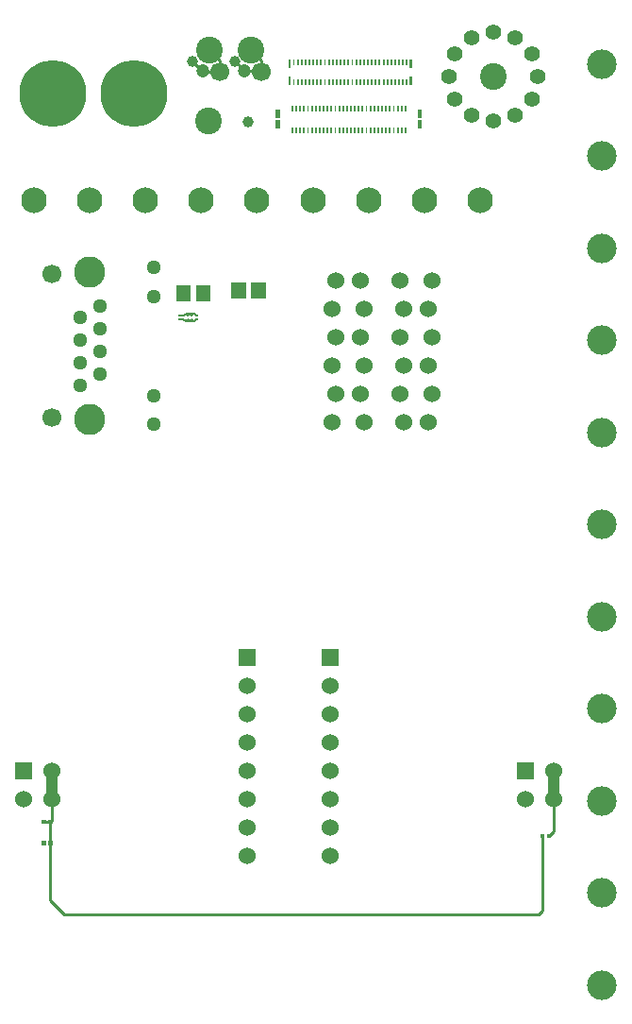
<source format=gbr>
G04 start of page 2 for group 0 idx 0 *
G04 Title: (unknown), top *
G04 Creator: pcb 4.2.0 *
G04 CreationDate: Sat Jul  4 19:07:35 2020 UTC *
G04 For: commonadmin *
G04 Format: Gerber/RS-274X *
G04 PCB-Dimensions (mil): 3500.00 8250.00 *
G04 PCB-Coordinate-Origin: lower left *
%MOIN*%
%FSLAX25Y25*%
%LNTOP*%
%ADD34C,0.0492*%
%ADD33C,0.1870*%
%ADD32C,0.0197*%
%ADD31C,0.0295*%
%ADD30C,0.0787*%
%ADD29C,0.0630*%
%ADD28C,0.0354*%
%ADD27C,0.0886*%
%ADD26C,0.0380*%
%ADD25C,0.0060*%
%ADD24C,0.2362*%
%ADD23C,0.0394*%
%ADD22C,0.0472*%
%ADD21C,0.0551*%
%ADD20C,0.0945*%
%ADD19C,0.0906*%
%ADD18C,0.1102*%
%ADD17C,0.0669*%
%ADD16C,0.0512*%
%ADD15C,0.1043*%
%ADD14C,0.0600*%
%ADD13C,0.0001*%
%ADD12C,0.0400*%
%ADD11C,0.0100*%
G54D11*X87992Y808268D02*X91142Y805118D01*
X87598Y808268D02*X87992D01*
X96476Y805118D02*X97047Y804547D01*
X91142Y805118D02*X96476D01*
X97047Y808661D02*X93504Y812205D01*
X97047Y804724D02*Y808661D01*
X82283D02*X78740Y812205D01*
X82283Y804724D02*Y808661D01*
X76772Y804724D02*X76378Y805118D01*
X75984D01*
X82283Y804724D02*X76772D01*
X75984Y805118D02*X72835Y808268D01*
X200000Y547500D02*X200500Y548000D01*
G54D12*Y558000D01*
G54D11*Y548000D02*Y536819D01*
X198681Y535000D01*
G54D12*X23000Y558000D02*Y548000D01*
G54D11*Y547500D02*Y545500D01*
Y548000D02*Y540500D01*
X22500Y540000D01*
Y512500D01*
X27500Y507500D01*
X195000D01*
X22500Y540000D02*X20138D01*
X196319Y535000D02*Y508819D01*
X195000Y507500D01*
G54D13*G36*
X89000Y601000D02*Y595000D01*
X95000D01*
Y601000D01*
X89000D01*
G37*
G36*
X118500D02*Y595000D01*
X124500D01*
Y601000D01*
X118500D01*
G37*
G54D14*X92000Y588000D03*
X121500D03*
X92000Y578000D03*
Y568000D03*
Y558000D03*
Y548000D03*
Y538000D03*
Y528000D03*
X121500Y578000D03*
Y568000D03*
Y558000D03*
Y548000D03*
Y538000D03*
Y528000D03*
G54D13*G36*
X10000Y561000D02*Y555000D01*
X16000D01*
Y561000D01*
X10000D01*
G37*
G54D14*X13000Y548000D03*
X23000D03*
Y558000D03*
G54D13*G36*
X187500Y561000D02*Y555000D01*
X193500D01*
Y561000D01*
X187500D01*
G37*
G54D14*X190500Y548000D03*
X200500D03*
Y558000D03*
G54D15*X217500Y547500D03*
Y612500D03*
Y580000D03*
Y482500D03*
Y515000D03*
G54D14*X146000Y731000D03*
X157500D03*
X156000Y721000D03*
X147500D03*
X123500Y731000D03*
X122000Y721000D03*
X132000Y731000D03*
X133500Y721000D03*
X146000Y711000D03*
X147500Y701000D03*
X146000Y691000D03*
X157500Y711000D03*
X123500D03*
X132000D03*
G54D16*X32957Y709992D03*
G54D14*X156000Y701000D03*
X122000D03*
X133500D03*
X157500Y691000D03*
X132000D03*
X123500D03*
X122000Y681000D03*
X133500D03*
G54D16*X40043Y714008D03*
X58980Y690465D03*
G54D14*X147500Y681000D03*
X156000D03*
G54D17*X22996Y682787D03*
G54D18*X36500Y682000D03*
G54D16*X58980Y680425D03*
X32957Y701961D03*
Y693929D03*
X40043Y705976D03*
Y697945D03*
G54D15*X217500Y677500D03*
Y645000D03*
G54D16*X58980Y725504D03*
Y735543D03*
G54D17*X22996Y733181D03*
G54D18*X36500Y733969D03*
G54D16*X32957Y718024D03*
X40043Y722039D03*
G54D19*X16760Y759500D03*
X36445D03*
X56130D03*
X75815D03*
X95500D03*
G54D20*X179000Y803000D03*
G54D21*X194748D03*
X192583Y795126D03*
Y810874D03*
X163252Y803000D03*
X165417Y795126D03*
Y810874D03*
X179000Y787252D03*
X171323Y789220D03*
X186677D03*
X179000Y818748D03*
X186677Y816780D03*
X171323D03*
G54D15*X217500Y807500D03*
Y775000D03*
Y742500D03*
Y710000D03*
G54D19*X115185Y759500D03*
X134870D03*
X154555D03*
X174240D03*
G54D20*X78500Y787500D03*
G54D22*X76378Y805118D03*
G54D23*X72835Y808268D03*
G54D24*X23500Y797000D03*
X51846D03*
G54D20*X78740Y812205D03*
G54D17*X82283Y804724D03*
G54D20*X93504Y812205D03*
G54D17*X97047Y804724D03*
G54D22*X91142Y805118D03*
G54D23*X87598Y808268D03*
G54D25*X69507Y717450D02*X70207Y716750D01*
G54D13*G36*
X67707Y717750D02*Y717150D01*
X69807D01*
Y717750D01*
X67707D01*
G37*
G54D25*X70507Y716750D02*X71107Y717350D01*
X71707Y716750D01*
X70207D02*X73207D01*
X73907Y717450D01*
G54D13*G36*
X73607Y717750D02*Y717150D01*
X74707D01*
Y717750D01*
X73607D01*
G37*
G54D25*X72307Y717350D02*X72907Y716750D01*
X71707D02*X72307Y717350D01*
X69607Y718750D02*X70207Y719350D01*
X70407D02*X71107Y718650D01*
X71807Y719350D01*
X71607D02*X72307Y718650D01*
X73007Y719350D01*
G54D13*G36*
X67707Y719050D02*Y718450D01*
X69907D01*
Y719050D01*
X67707D01*
G37*
G36*
X72016Y729452D02*X66898D01*
Y723548D01*
X72016D01*
Y729452D01*
G37*
G36*
X79102D02*X73984D01*
Y723548D01*
X79102D01*
Y729452D01*
G37*
G36*
X91516Y730452D02*X86398D01*
Y724548D01*
X91516D01*
Y730452D01*
G37*
G36*
X98602D02*X93484D01*
Y724548D01*
X98602D01*
Y730452D01*
G37*
G54D25*X70207Y719350D02*X73307D01*
X70207D02*X70407D01*
X73307D02*X73907Y718750D01*
G54D13*G36*
X73607Y719050D02*Y718450D01*
X74707D01*
Y719050D01*
X73607D01*
G37*
G36*
X195532Y535787D02*Y534213D01*
X197106D01*
Y535787D01*
X195532D01*
G37*
G36*
X197894D02*Y534213D01*
X199468D01*
Y535787D01*
X197894D01*
G37*
G36*
X19351Y533287D02*Y531713D01*
X20925D01*
Y533287D01*
X19351D01*
G37*
G36*
X21713D02*Y531713D01*
X23287D01*
Y533287D01*
X21713D01*
G37*
G36*
X19351Y540787D02*Y539213D01*
X20925D01*
Y540787D01*
X19351D01*
G37*
G36*
X21713D02*Y539213D01*
X23287D01*
Y540787D01*
X21713D01*
G37*
G36*
X150331Y802866D02*X149504D01*
Y800110D01*
X150331D01*
Y802866D01*
G37*
G36*
Y808890D02*X149504D01*
Y806134D01*
X150331D01*
Y808890D01*
G37*
G36*
X148776Y801862D02*X148146D01*
Y800051D01*
X148776D01*
Y801862D01*
G37*
G36*
X147398D02*X146768D01*
Y800051D01*
X147398D01*
Y801862D01*
G37*
G36*
X146020D02*X145390D01*
Y800051D01*
X146020D01*
Y801862D01*
G37*
G36*
X144642D02*X144012D01*
Y800051D01*
X144642D01*
Y801862D01*
G37*
G36*
X143264D02*X142634D01*
Y800051D01*
X143264D01*
Y801862D01*
G37*
G36*
X148776Y808949D02*X148146D01*
Y807138D01*
X148776D01*
Y808949D01*
G37*
G36*
X147398D02*X146768D01*
Y807138D01*
X147398D01*
Y808949D01*
G37*
G36*
X146020D02*X145390D01*
Y807138D01*
X146020D01*
Y808949D01*
G37*
G36*
X141886Y801862D02*X141256D01*
Y800051D01*
X141886D01*
Y801862D01*
G37*
G36*
X140508D02*X139878D01*
Y800051D01*
X140508D01*
Y801862D01*
G37*
G36*
X139130D02*X138500D01*
Y800051D01*
X139130D01*
Y801862D01*
G37*
G36*
X137752D02*X137122D01*
Y800051D01*
X137752D01*
Y801862D01*
G37*
G36*
X136374D02*X135744D01*
Y800051D01*
X136374D01*
Y801862D01*
G37*
G36*
X144642Y808949D02*X144012D01*
Y807138D01*
X144642D01*
Y808949D01*
G37*
G36*
X143264D02*X142634D01*
Y807138D01*
X143264D01*
Y808949D01*
G37*
G36*
X141886D02*X141256D01*
Y807138D01*
X141886D01*
Y808949D01*
G37*
G36*
X140508D02*X139878D01*
Y807138D01*
X140508D01*
Y808949D01*
G37*
G36*
X139130D02*X138500D01*
Y807138D01*
X139130D01*
Y808949D01*
G37*
G36*
X137752D02*X137122D01*
Y807138D01*
X137752D01*
Y808949D01*
G37*
G36*
X136374D02*X135744D01*
Y807138D01*
X136374D01*
Y808949D01*
G37*
G36*
X134996D02*X134366D01*
Y807138D01*
X134996D01*
Y808949D01*
G37*
G36*
X133618D02*X132988D01*
Y807138D01*
X133618D01*
Y808949D01*
G37*
G36*
X132240D02*X131610D01*
Y807138D01*
X132240D01*
Y808949D01*
G37*
G36*
X130862D02*X130232D01*
Y807138D01*
X130862D01*
Y808949D01*
G37*
G36*
X129484D02*X128854D01*
Y807138D01*
X129484D01*
Y808949D01*
G37*
G36*
X107457Y802866D02*X106630D01*
Y800110D01*
X107457D01*
Y802866D01*
G37*
G36*
Y808890D02*X106630D01*
Y806134D01*
X107457D01*
Y808890D01*
G37*
G36*
X125350Y801862D02*X124720D01*
Y800051D01*
X125350D01*
Y801862D01*
G37*
G36*
X123972D02*X123343D01*
Y800051D01*
X123972D01*
Y801862D01*
G37*
G36*
X122594D02*X121965D01*
Y800051D01*
X122594D01*
Y801862D01*
G37*
G36*
X121217D02*X120587D01*
Y800051D01*
X121217D01*
Y801862D01*
G37*
G36*
X119839D02*X119209D01*
Y800051D01*
X119839D01*
Y801862D01*
G37*
G36*
X118461D02*X117831D01*
Y800051D01*
X118461D01*
Y801862D01*
G37*
G36*
X117083D02*X116453D01*
Y800051D01*
X117083D01*
Y801862D01*
G37*
G36*
X115705D02*X115075D01*
Y800051D01*
X115705D01*
Y801862D01*
G37*
G36*
X114327D02*X113697D01*
Y800051D01*
X114327D01*
Y801862D01*
G37*
G36*
X112949D02*X112319D01*
Y800051D01*
X112949D01*
Y801862D01*
G37*
G36*
X111571D02*X110941D01*
Y800051D01*
X111571D01*
Y801862D01*
G37*
G36*
X110193D02*X109563D01*
Y800051D01*
X110193D01*
Y801862D01*
G37*
G36*
X108815D02*X108185D01*
Y800051D01*
X108815D01*
Y801862D01*
G37*
G36*
X128106Y808949D02*X127476D01*
Y807138D01*
X128106D01*
Y808949D01*
G37*
G36*
X126728D02*X126098D01*
Y807138D01*
X126728D01*
Y808949D01*
G37*
G36*
X125350D02*X124720D01*
Y807138D01*
X125350D01*
Y808949D01*
G37*
G36*
X123972D02*X123343D01*
Y807138D01*
X123972D01*
Y808949D01*
G37*
G36*
X122594D02*X121965D01*
Y807138D01*
X122594D01*
Y808949D01*
G37*
G36*
X121217D02*X120587D01*
Y807138D01*
X121217D01*
Y808949D01*
G37*
G36*
X119839D02*X119209D01*
Y807138D01*
X119839D01*
Y808949D01*
G37*
G36*
X118461D02*X117831D01*
Y807138D01*
X118461D01*
Y808949D01*
G37*
G36*
X117083D02*X116453D01*
Y807138D01*
X117083D01*
Y808949D01*
G37*
G36*
X115705D02*X115075D01*
Y807138D01*
X115705D01*
Y808949D01*
G37*
G36*
X114327D02*X113697D01*
Y807138D01*
X114327D01*
Y808949D01*
G37*
G36*
X112949D02*X112319D01*
Y807138D01*
X112949D01*
Y808949D01*
G37*
G36*
X111571D02*X110941D01*
Y807138D01*
X111571D01*
Y808949D01*
G37*
G36*
X110193D02*X109563D01*
Y807138D01*
X110193D01*
Y808949D01*
G37*
G36*
X108815D02*X108185D01*
Y807138D01*
X108815D01*
Y808949D01*
G37*
G36*
X134996Y801862D02*X134366D01*
Y800051D01*
X134996D01*
Y801862D01*
G37*
G36*
X133618D02*X132988D01*
Y800051D01*
X133618D01*
Y801862D01*
G37*
G36*
X132240D02*X131610D01*
Y800051D01*
X132240D01*
Y801862D01*
G37*
G36*
X130862D02*X130232D01*
Y800051D01*
X130862D01*
Y801862D01*
G37*
G36*
X129484D02*X128854D01*
Y800051D01*
X129484D01*
Y801862D01*
G37*
G36*
X128106D02*X127476D01*
Y800051D01*
X128106D01*
Y801862D01*
G37*
G36*
X126728D02*X126098D01*
Y800051D01*
X126728D01*
Y801862D01*
G37*
G36*
X113827Y792646D02*X113197D01*
Y790835D01*
X113827D01*
Y792646D01*
G37*
G36*
X115205D02*X114575D01*
Y790835D01*
X115205D01*
Y792646D01*
G37*
G36*
X116583D02*X115953D01*
Y790835D01*
X116583D01*
Y792646D01*
G37*
G36*
X117961D02*X117331D01*
Y790835D01*
X117961D01*
Y792646D01*
G37*
G36*
X119339D02*X118709D01*
Y790835D01*
X119339D01*
Y792646D01*
G37*
G36*
X120717D02*X120087D01*
Y790835D01*
X120717D01*
Y792646D01*
G37*
G36*
X122094D02*X121465D01*
Y790835D01*
X122094D01*
Y792646D01*
G37*
G36*
X123472D02*X122843D01*
Y790835D01*
X123472D01*
Y792646D01*
G37*
G36*
X124850D02*X124220D01*
Y790835D01*
X124850D01*
Y792646D01*
G37*
G36*
X126228D02*X125598D01*
Y790835D01*
X126228D01*
Y792646D01*
G37*
G36*
X127606D02*X126976D01*
Y790835D01*
X127606D01*
Y792646D01*
G37*
G36*
X128984D02*X128354D01*
Y790835D01*
X128984D01*
Y792646D01*
G37*
G36*
X130362D02*X129732D01*
Y790835D01*
X130362D01*
Y792646D01*
G37*
G36*
X131740D02*X131110D01*
Y790835D01*
X131740D01*
Y792646D01*
G37*
G36*
X133118D02*X132488D01*
Y790835D01*
X133118D01*
Y792646D01*
G37*
G36*
X134496D02*X133866D01*
Y790835D01*
X134496D01*
Y792646D01*
G37*
G36*
X135874D02*X135244D01*
Y790835D01*
X135874D01*
Y792646D01*
G37*
G36*
X137252D02*X136622D01*
Y790835D01*
X137252D01*
Y792646D01*
G37*
G36*
X138630D02*X138000D01*
Y790835D01*
X138630D01*
Y792646D01*
G37*
G36*
X140008D02*X139378D01*
Y790835D01*
X140008D01*
Y792646D01*
G37*
G36*
X141386D02*X140756D01*
Y790835D01*
X141386D01*
Y792646D01*
G37*
G36*
X142764D02*X142134D01*
Y790835D01*
X142764D01*
Y792646D01*
G37*
G36*
X144142D02*X143512D01*
Y790835D01*
X144142D01*
Y792646D01*
G37*
G36*
X145520D02*X144890D01*
Y790835D01*
X145520D01*
Y792646D01*
G37*
G36*
X146898D02*X146268D01*
Y790835D01*
X146898D01*
Y792646D01*
G37*
G36*
X148276D02*X147646D01*
Y790835D01*
X148276D01*
Y792646D01*
G37*
G36*
X108315D02*X107685D01*
Y790835D01*
X108315D01*
Y792646D01*
G37*
G36*
X109693D02*X109063D01*
Y790835D01*
X109693D01*
Y792646D01*
G37*
G36*
X111071D02*X110441D01*
Y790835D01*
X111071D01*
Y792646D01*
G37*
G36*
X112449D02*X111819D01*
Y790835D01*
X112449D01*
Y792646D01*
G37*
G36*
X103591Y791268D02*X102173D01*
Y788472D01*
X103591D01*
Y791268D01*
G37*
G36*
Y787528D02*X102173D01*
Y784732D01*
X103591D01*
Y787528D01*
G37*
G54D23*X92500Y787000D03*
G54D13*G36*
X108315Y784969D02*X107685D01*
Y783157D01*
X108315D01*
Y784969D01*
G37*
G36*
X109693D02*X109063D01*
Y783157D01*
X109693D01*
Y784969D01*
G37*
G36*
X111071D02*X110441D01*
Y783157D01*
X111071D01*
Y784969D01*
G37*
G36*
X112449D02*X111819D01*
Y783157D01*
X112449D01*
Y784969D01*
G37*
G36*
X113827D02*X113197D01*
Y783157D01*
X113827D01*
Y784969D01*
G37*
G36*
X115205D02*X114575D01*
Y783157D01*
X115205D01*
Y784969D01*
G37*
G36*
X116583D02*X115953D01*
Y783157D01*
X116583D01*
Y784969D01*
G37*
G36*
X117961D02*X117331D01*
Y783157D01*
X117961D01*
Y784969D01*
G37*
G36*
X119339D02*X118709D01*
Y783157D01*
X119339D01*
Y784969D01*
G37*
G36*
X120717D02*X120087D01*
Y783157D01*
X120717D01*
Y784969D01*
G37*
G36*
X122094D02*X121465D01*
Y783157D01*
X122094D01*
Y784969D01*
G37*
G36*
X123472D02*X122843D01*
Y783157D01*
X123472D01*
Y784969D01*
G37*
G36*
X124850D02*X124220D01*
Y783157D01*
X124850D01*
Y784969D01*
G37*
G36*
X126228D02*X125598D01*
Y783157D01*
X126228D01*
Y784969D01*
G37*
G36*
X127606D02*X126976D01*
Y783157D01*
X127606D01*
Y784969D01*
G37*
G36*
X128984D02*X128354D01*
Y783157D01*
X128984D01*
Y784969D01*
G37*
G36*
X130362D02*X129732D01*
Y783157D01*
X130362D01*
Y784969D01*
G37*
G36*
X131740D02*X131110D01*
Y783157D01*
X131740D01*
Y784969D01*
G37*
G36*
X133118D02*X132488D01*
Y783157D01*
X133118D01*
Y784969D01*
G37*
G36*
X134496D02*X133866D01*
Y783157D01*
X134496D01*
Y784969D01*
G37*
G36*
X135874D02*X135244D01*
Y783157D01*
X135874D01*
Y784969D01*
G37*
G36*
X137252D02*X136622D01*
Y783157D01*
X137252D01*
Y784969D01*
G37*
G36*
X138630D02*X138000D01*
Y783157D01*
X138630D01*
Y784969D01*
G37*
G36*
X140008D02*X139378D01*
Y783157D01*
X140008D01*
Y784969D01*
G37*
G36*
X141386D02*X140756D01*
Y783157D01*
X141386D01*
Y784969D01*
G37*
G36*
X142764D02*X142134D01*
Y783157D01*
X142764D01*
Y784969D01*
G37*
G36*
X144142D02*X143512D01*
Y783157D01*
X144142D01*
Y784969D01*
G37*
G36*
X145520D02*X144890D01*
Y783157D01*
X145520D01*
Y784969D01*
G37*
G36*
X146898D02*X146268D01*
Y783157D01*
X146898D01*
Y784969D01*
G37*
G36*
X148276D02*X147646D01*
Y783157D01*
X148276D01*
Y784969D01*
G37*
G36*
X153787Y787528D02*X152370D01*
Y784732D01*
X153787D01*
Y787528D01*
G37*
G36*
Y791268D02*X152370D01*
Y788472D01*
X153787D01*
Y791268D01*
G37*
G54D26*G54D27*G54D26*G54D28*G54D26*G54D28*G54D26*G54D16*G54D20*G54D28*G54D27*G54D28*G54D16*G54D20*G54D28*G54D29*G54D30*G54D23*G54D27*G54D29*G54D30*G54D31*G54D32*G54D33*G54D30*G54D34*G54D30*G54D34*G54D31*G54D32*M02*

</source>
